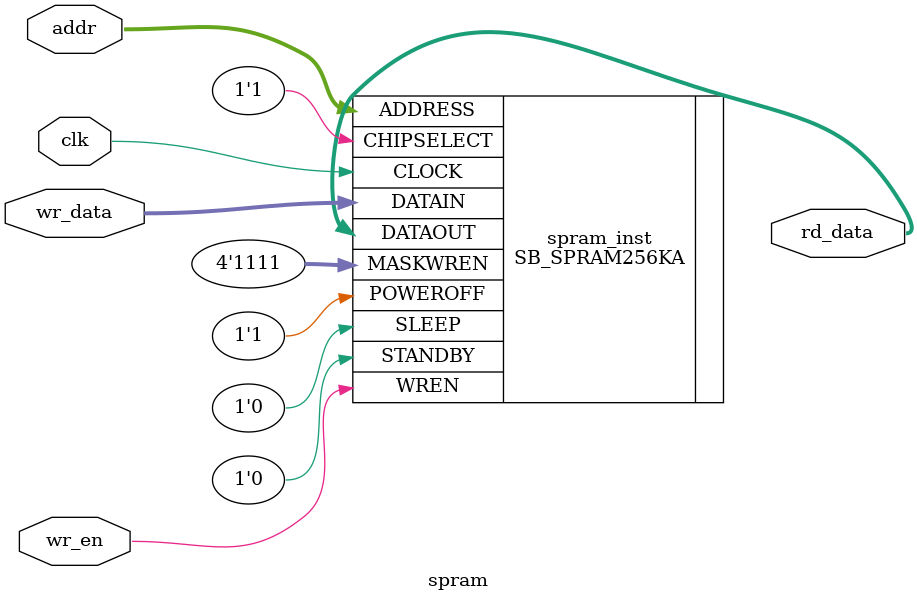
<source format=sv>


module scope(
	input clk,
	input [63:0]trace_in,
	input trace_en,
	output uart_tx
	);

wire [63:0]trace_out;

reg [13:0]trace_waddr = 14'd0;
reg [13:0]trace_waddr_next;
wire [13:0]trace_waddr_incr;
wire trace_wdone;

assign { trace_wdone, trace_waddr_incr } = { 1'b0, trace_waddr } + 15'd1;

always_comb begin
	trace_waddr_next = trace_waddr;
	if (trace_en) begin
		if (~trace_wdone)
			trace_waddr_next = trace_waddr_incr;
	end else begin
		trace_waddr_next = 14'd0;
	end
end

always_ff @(posedge clk) begin
	trace_waddr <= trace_waddr_next;
end

reg [16:0]trace_raddr = 17'd0;
reg [16:0]trace_raddr_next;
wire [16:0]trace_raddr_incr;
wire trace_rdone;

assign { trace_rdone, trace_raddr_incr } = { 1'b0, trace_raddr[16:0] } + 18'd1;

reg [7:0]trace_byte;

always_comb begin
	case (trace_raddr[2:0])
	3'd0: trace_byte = trace_out[7:0];
	3'd1: trace_byte = trace_out[15:8];
	3'd2: trace_byte = trace_out[23:16];
	3'd3: trace_byte = trace_out[31:24];
	3'd4: trace_byte = trace_out[39:32];
	3'd5: trace_byte = trace_out[47:40];
	3'd6: trace_byte = trace_out[55:48];
	3'd7: trace_byte = trace_out[63:56];
	endcase
end

reg [4:0]clkcount_next;
reg [4:0]bitcount_next;
reg [12:0]shift_next;
reg reload_next;

reg [4:0]clkcount = 5'd0;
reg [4:0]bitcount = 5'd0; // IDLE(1) STOP(1) DATA(x) x 8 START(0) -> wire
reg [12:0]shift = 13'd0;
reg reload = 1'b0;

always_comb begin
	shift_next = shift;
	clkcount_next = clkcount;
	bitcount_next = bitcount;
	trace_raddr_next = trace_raddr;
	reload_next = 1'b0;

	if (trace_en) begin
		shift_next = 13'h1FFF;
		clkcount_next = 5'd10;
		bitcount_next = 5'd12;
		trace_raddr_next = 17'd0;
	end else begin
		if (reload) begin
			shift_next = { 4'b1111, trace_byte, 1'b0 };
		end
		if (clkcount[4] & (~trace_rdone)) begin
			// underflow! one uart bit time has passed
			clkcount_next = 5'd10;
			if (bitcount[4]) begin
			 	// undeflow! one uart character has been sent
				// bump the read addr, but defer reload to
				// next cycle
				trace_raddr_next = trace_raddr_incr;
				shift_next = { 4'b1111, trace_byte, 1'b0 };
				reload_next = 1'b1;
				bitcount_next = 5'd12;
			end else begin
				shift_next = { 1'b1, shift[12:1] };
				bitcount_next = bitcount - 5'd1;
			end
		end else begin
			clkcount_next = clkcount - 5'd1;
		end
	end
end

always_ff @(posedge clk) begin
	shift <= shift_next;
	clkcount <= clkcount_next;
	bitcount <= bitcount_next;
	trace_raddr <= trace_raddr_next;
end

assign uart_tx = shift[0];

wire trace_we = trace_en;
wire [13:0]trace_addr = trace_we ? trace_waddr : trace_raddr[16:3];

spram tram0(
	.clk(clk),
	.addr(trace_addr),
	.wr_data(trace_in[63:48]),
	.rd_data(trace_out[63:48]),
	.wr_en(trace_we)
	);
spram tram1(
	.clk(clk),
	.addr(trace_addr),
	.wr_data(trace_in[47:32]),
	.rd_data(trace_out[47:32]),
	.wr_en(trace_we)
	);
spram tram2(
	.clk(clk),
	.addr(trace_addr),
	.wr_data(trace_in[31:16]),
	.rd_data(trace_out[31:16]),
	.wr_en(trace_we)
	);
spram tram3(
	.clk(clk),
	.addr(trace_addr),
	.wr_data(trace_in[15:0]),
	.rd_data(trace_out[15:0]),
	.wr_en(trace_we)
	);

endmodule



module spram(
	input clk,
	input [13:0]addr,
	input [15:0]wr_data,
	output [15:0]rd_data,
	input wr_en
	);

`ifdef verilator
reg [15:0]mem[0:16383];
reg [15:0]data;

always_ff @(posedge clk) begin
	if (wr_en)
		mem[addr] <= wr_data;
	else
		data <= mem[addr];
end

assign rd_data = data;
`else
SB_SPRAM256KA spram_inst(
	.ADDRESS(addr),
	.DATAIN(wr_data),
	.DATAOUT(rd_data),
	.MASKWREN(4'b1111),
	.WREN(wr_en),
	.CHIPSELECT(1'b1),
	.CLOCK(clk),
	.STANDBY(1'b0),
	.SLEEP(1'b0),
	.POWEROFF(1'b1) // active low
	);
`endif

endmodule



</source>
